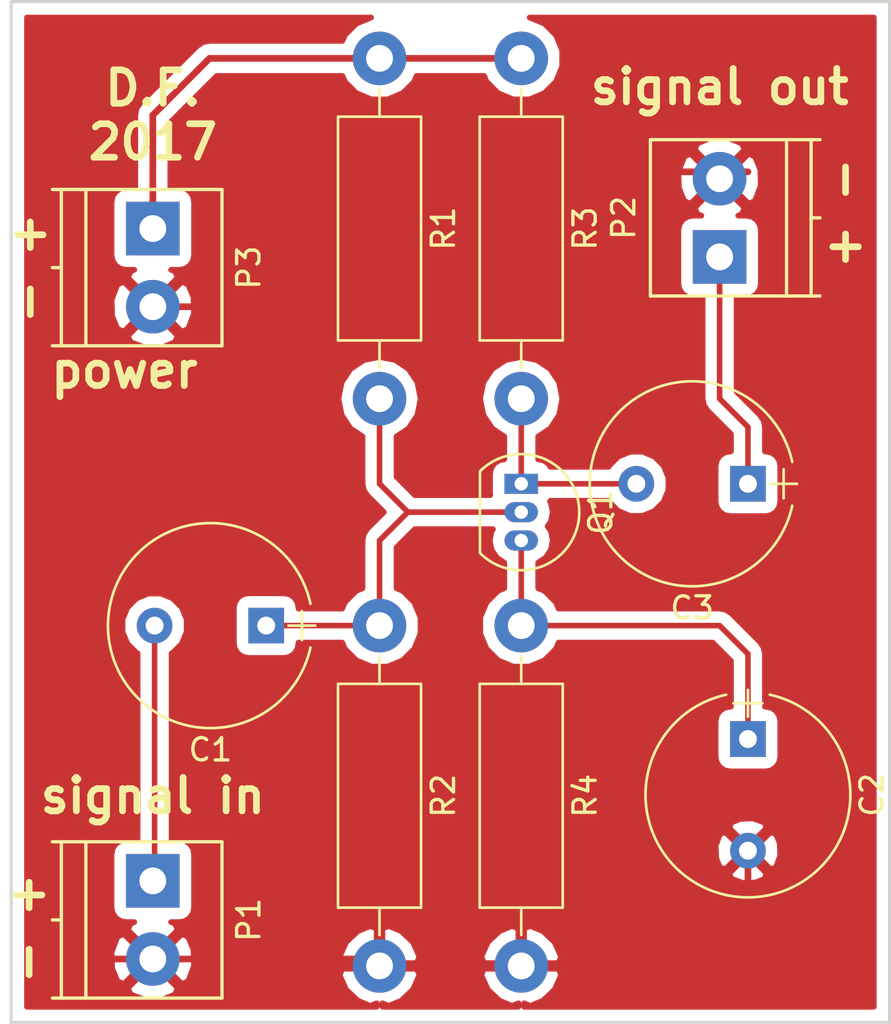
<source format=kicad_pcb>
(kicad_pcb (version 4) (host pcbnew 4.0.5)

  (general
    (links 16)
    (no_connects 0)
    (area 63.424999 48.184999 102.945001 94.055001)
    (thickness 1.6)
    (drawings 11)
    (tracks 34)
    (zones 0)
    (modules 11)
    (nets 8)
  )

  (page A4)
  (title_block
    (title Single_transistor_amp)
    (date 2017-05-11)
    (rev V1.0)
    (company "Fišers & co")
    (comment 1 autors)
    (comment 2 "Dāvis Fišers")
    (comment 3 "PCB_CAD kurss")
  )

  (layers
    (0 F.Cu signal)
    (31 B.Cu power)
    (32 B.Adhes user)
    (33 F.Adhes user)
    (34 B.Paste user)
    (35 F.Paste user)
    (36 B.SilkS user)
    (37 F.SilkS user)
    (38 B.Mask user)
    (39 F.Mask user)
    (40 Dwgs.User user)
    (41 Cmts.User user)
    (42 Eco1.User user)
    (43 Eco2.User user)
    (44 Edge.Cuts user)
    (45 Margin user)
    (46 B.CrtYd user)
    (47 F.CrtYd user)
    (48 B.Fab user)
    (49 F.Fab user)
  )

  (setup
    (last_trace_width 0.25)
    (trace_clearance 0.2)
    (zone_clearance 0.508)
    (zone_45_only no)
    (trace_min 0.2)
    (segment_width 0.2)
    (edge_width 0.15)
    (via_size 0.6)
    (via_drill 0.4)
    (via_min_size 0.4)
    (via_min_drill 0.3)
    (uvia_size 0.3)
    (uvia_drill 0.1)
    (uvias_allowed no)
    (uvia_min_size 0.2)
    (uvia_min_drill 0.1)
    (pcb_text_width 0.3)
    (pcb_text_size 1.5 1.5)
    (mod_edge_width 0.15)
    (mod_text_size 1 1)
    (mod_text_width 0.15)
    (pad_size 1.524 1.524)
    (pad_drill 0.762)
    (pad_to_mask_clearance 0.2)
    (aux_axis_origin 0 0)
    (visible_elements 7FFFEFFF)
    (pcbplotparams
      (layerselection 0x00030_80000001)
      (usegerberextensions false)
      (excludeedgelayer true)
      (linewidth 0.100000)
      (plotframeref false)
      (viasonmask false)
      (mode 1)
      (useauxorigin false)
      (hpglpennumber 1)
      (hpglpenspeed 20)
      (hpglpendiameter 15)
      (hpglpenoverlay 2)
      (psnegative false)
      (psa4output false)
      (plotreference true)
      (plotvalue true)
      (plotinvisibletext false)
      (padsonsilk false)
      (subtractmaskfromsilk false)
      (outputformat 1)
      (mirror false)
      (drillshape 1)
      (scaleselection 1)
      (outputdirectory ""))
  )

  (net 0 "")
  (net 1 "Net-(C1-Pad1)")
  (net 2 "Net-(C1-Pad2)")
  (net 3 "Net-(C2-Pad1)")
  (net 4 GND)
  (net 5 "Net-(C3-Pad1)")
  (net 6 "Net-(C3-Pad2)")
  (net 7 +12V)

  (net_class Default "This is the default net class."
    (clearance 0.2)
    (trace_width 0.25)
    (via_dia 0.6)
    (via_drill 0.4)
    (uvia_dia 0.3)
    (uvia_drill 0.1)
    (add_net "Net-(C1-Pad1)")
    (add_net "Net-(C1-Pad2)")
    (add_net "Net-(C2-Pad1)")
    (add_net "Net-(C3-Pad1)")
    (add_net "Net-(C3-Pad2)")
  )

  (net_class Power ""
    (clearance 0.5)
    (trace_width 1)
    (via_dia 1)
    (via_drill 0.6)
    (uvia_dia 0.3)
    (uvia_drill 0.1)
    (add_net +12V)
    (add_net GND)
  )

  (module Capacitors_THT:CP_Radial_Tantal_D9.0mm_P5.00mm (layer F.Cu) (tedit 58765D06) (tstamp 591436A5)
    (at 74.93 76.2 180)
    (descr "CP, Radial_Tantal series, Radial, pin pitch=5.00mm, , diameter=9.0mm, Tantal Electrolytic Capacitor, http://cdn-reichelt.de/documents/datenblatt/B300/TANTAL-TB-Serie%23.pdf")
    (tags "CP Radial_Tantal series Radial pin pitch 5.00mm  diameter 9.0mm Tantal Electrolytic Capacitor")
    (path /58D81B31)
    (fp_text reference C1 (at 2.5 -5.56 180) (layer F.SilkS)
      (effects (font (size 1 1) (thickness 0.15)))
    )
    (fp_text value 20uF (at 2.5 5.56 180) (layer F.Fab)
      (effects (font (size 1 1) (thickness 0.15)))
    )
    (fp_arc (start 2.5 0) (end -1.984161 -0.98) (angle 155.3) (layer F.SilkS) (width 0.12))
    (fp_arc (start 2.5 0) (end -1.984161 0.98) (angle -155.3) (layer F.SilkS) (width 0.12))
    (fp_arc (start 2.5 0) (end 6.984161 -0.98) (angle 24.7) (layer F.SilkS) (width 0.12))
    (fp_circle (center 2.5 0) (end 7 0) (layer F.Fab) (width 0.1))
    (fp_line (start -2.2 0) (end -1 0) (layer F.Fab) (width 0.1))
    (fp_line (start -1.6 -0.65) (end -1.6 0.65) (layer F.Fab) (width 0.1))
    (fp_line (start -2.2 0) (end -1 0) (layer F.SilkS) (width 0.12))
    (fp_line (start -1.6 -0.65) (end -1.6 0.65) (layer F.SilkS) (width 0.12))
    (fp_line (start -2.35 -4.85) (end -2.35 4.85) (layer F.CrtYd) (width 0.05))
    (fp_line (start -2.35 4.85) (end 7.35 4.85) (layer F.CrtYd) (width 0.05))
    (fp_line (start 7.35 4.85) (end 7.35 -4.85) (layer F.CrtYd) (width 0.05))
    (fp_line (start 7.35 -4.85) (end -2.35 -4.85) (layer F.CrtYd) (width 0.05))
    (pad 1 thru_hole rect (at 0 0 180) (size 1.6 1.6) (drill 0.8) (layers *.Cu *.Mask)
      (net 1 "Net-(C1-Pad1)"))
    (pad 2 thru_hole circle (at 5 0 180) (size 1.6 1.6) (drill 0.8) (layers *.Cu *.Mask)
      (net 2 "Net-(C1-Pad2)"))
    (model Capacitors_THT.3dshapes/CP_Radial_Tantal_D9.0mm_P5.00mm.wrl
      (at (xyz 0 0 0))
      (scale (xyz 0.393701 0.393701 0.393701))
      (rotate (xyz 0 0 0))
    )
  )

  (module Capacitors_THT:CP_Radial_Tantal_D9.0mm_P5.00mm (layer F.Cu) (tedit 58765D06) (tstamp 591436B7)
    (at 96.52 81.28 270)
    (descr "CP, Radial_Tantal series, Radial, pin pitch=5.00mm, , diameter=9.0mm, Tantal Electrolytic Capacitor, http://cdn-reichelt.de/documents/datenblatt/B300/TANTAL-TB-Serie%23.pdf")
    (tags "CP Radial_Tantal series Radial pin pitch 5.00mm  diameter 9.0mm Tantal Electrolytic Capacitor")
    (path /58D81C4B)
    (fp_text reference C2 (at 2.5 -5.56 270) (layer F.SilkS)
      (effects (font (size 1 1) (thickness 0.15)))
    )
    (fp_text value 50uF (at 2.5 5.56 270) (layer F.Fab)
      (effects (font (size 1 1) (thickness 0.15)))
    )
    (fp_arc (start 2.5 0) (end -1.984161 -0.98) (angle 155.3) (layer F.SilkS) (width 0.12))
    (fp_arc (start 2.5 0) (end -1.984161 0.98) (angle -155.3) (layer F.SilkS) (width 0.12))
    (fp_arc (start 2.5 0) (end 6.984161 -0.98) (angle 24.7) (layer F.SilkS) (width 0.12))
    (fp_circle (center 2.5 0) (end 7 0) (layer F.Fab) (width 0.1))
    (fp_line (start -2.2 0) (end -1 0) (layer F.Fab) (width 0.1))
    (fp_line (start -1.6 -0.65) (end -1.6 0.65) (layer F.Fab) (width 0.1))
    (fp_line (start -2.2 0) (end -1 0) (layer F.SilkS) (width 0.12))
    (fp_line (start -1.6 -0.65) (end -1.6 0.65) (layer F.SilkS) (width 0.12))
    (fp_line (start -2.35 -4.85) (end -2.35 4.85) (layer F.CrtYd) (width 0.05))
    (fp_line (start -2.35 4.85) (end 7.35 4.85) (layer F.CrtYd) (width 0.05))
    (fp_line (start 7.35 4.85) (end 7.35 -4.85) (layer F.CrtYd) (width 0.05))
    (fp_line (start 7.35 -4.85) (end -2.35 -4.85) (layer F.CrtYd) (width 0.05))
    (pad 1 thru_hole rect (at 0 0 270) (size 1.6 1.6) (drill 0.8) (layers *.Cu *.Mask)
      (net 3 "Net-(C2-Pad1)"))
    (pad 2 thru_hole circle (at 5 0 270) (size 1.6 1.6) (drill 0.8) (layers *.Cu *.Mask)
      (net 4 GND))
    (model Capacitors_THT.3dshapes/CP_Radial_Tantal_D9.0mm_P5.00mm.wrl
      (at (xyz 0 0 0))
      (scale (xyz 0.393701 0.393701 0.393701))
      (rotate (xyz 0 0 0))
    )
  )

  (module Capacitors_THT:CP_Radial_Tantal_D9.0mm_P5.00mm (layer F.Cu) (tedit 58765D06) (tstamp 591436C9)
    (at 96.52 69.85 180)
    (descr "CP, Radial_Tantal series, Radial, pin pitch=5.00mm, , diameter=9.0mm, Tantal Electrolytic Capacitor, http://cdn-reichelt.de/documents/datenblatt/B300/TANTAL-TB-Serie%23.pdf")
    (tags "CP Radial_Tantal series Radial pin pitch 5.00mm  diameter 9.0mm Tantal Electrolytic Capacitor")
    (path /58D81C06)
    (fp_text reference C3 (at 2.5 -5.56 180) (layer F.SilkS)
      (effects (font (size 1 1) (thickness 0.15)))
    )
    (fp_text value 20uF (at 2.5 5.56 180) (layer F.Fab)
      (effects (font (size 1 1) (thickness 0.15)))
    )
    (fp_arc (start 2.5 0) (end -1.984161 -0.98) (angle 155.3) (layer F.SilkS) (width 0.12))
    (fp_arc (start 2.5 0) (end -1.984161 0.98) (angle -155.3) (layer F.SilkS) (width 0.12))
    (fp_arc (start 2.5 0) (end 6.984161 -0.98) (angle 24.7) (layer F.SilkS) (width 0.12))
    (fp_circle (center 2.5 0) (end 7 0) (layer F.Fab) (width 0.1))
    (fp_line (start -2.2 0) (end -1 0) (layer F.Fab) (width 0.1))
    (fp_line (start -1.6 -0.65) (end -1.6 0.65) (layer F.Fab) (width 0.1))
    (fp_line (start -2.2 0) (end -1 0) (layer F.SilkS) (width 0.12))
    (fp_line (start -1.6 -0.65) (end -1.6 0.65) (layer F.SilkS) (width 0.12))
    (fp_line (start -2.35 -4.85) (end -2.35 4.85) (layer F.CrtYd) (width 0.05))
    (fp_line (start -2.35 4.85) (end 7.35 4.85) (layer F.CrtYd) (width 0.05))
    (fp_line (start 7.35 4.85) (end 7.35 -4.85) (layer F.CrtYd) (width 0.05))
    (fp_line (start 7.35 -4.85) (end -2.35 -4.85) (layer F.CrtYd) (width 0.05))
    (pad 1 thru_hole rect (at 0 0 180) (size 1.6 1.6) (drill 0.8) (layers *.Cu *.Mask)
      (net 5 "Net-(C3-Pad1)"))
    (pad 2 thru_hole circle (at 5 0 180) (size 1.6 1.6) (drill 0.8) (layers *.Cu *.Mask)
      (net 6 "Net-(C3-Pad2)"))
    (model Capacitors_THT.3dshapes/CP_Radial_Tantal_D9.0mm_P5.00mm.wrl
      (at (xyz 0 0 0))
      (scale (xyz 0.393701 0.393701 0.393701))
      (rotate (xyz 0 0 0))
    )
  )

  (module Connectors_Terminal_Blocks:TerminalBlock_Pheonix_PT-3.5mm_2pol (layer F.Cu) (tedit 0) (tstamp 591436D9)
    (at 69.85 87.63 270)
    (descr "2-way 3.5mm pitch terminal block, Phoenix PT series")
    (path /58D81F1B)
    (fp_text reference P1 (at 1.75 -4.3 270) (layer F.SilkS)
      (effects (font (size 1 1) (thickness 0.15)))
    )
    (fp_text value Input (at 1.75 6 270) (layer F.Fab)
      (effects (font (size 1 1) (thickness 0.15)))
    )
    (fp_line (start -1.9 -3.3) (end 5.4 -3.3) (layer F.CrtYd) (width 0.05))
    (fp_line (start -1.9 4.7) (end -1.9 -3.3) (layer F.CrtYd) (width 0.05))
    (fp_line (start 5.4 4.7) (end -1.9 4.7) (layer F.CrtYd) (width 0.05))
    (fp_line (start 5.4 -3.3) (end 5.4 4.7) (layer F.CrtYd) (width 0.05))
    (fp_line (start 1.75 4.1) (end 1.75 4.5) (layer F.SilkS) (width 0.15))
    (fp_line (start -1.75 3) (end 5.25 3) (layer F.SilkS) (width 0.15))
    (fp_line (start -1.75 4.1) (end 5.25 4.1) (layer F.SilkS) (width 0.15))
    (fp_line (start -1.75 -3.1) (end -1.75 4.5) (layer F.SilkS) (width 0.15))
    (fp_line (start 5.25 4.5) (end 5.25 -3.1) (layer F.SilkS) (width 0.15))
    (fp_line (start 5.25 -3.1) (end -1.75 -3.1) (layer F.SilkS) (width 0.15))
    (pad 2 thru_hole circle (at 3.5 0 270) (size 2.4 2.4) (drill 1.2) (layers *.Cu *.Mask)
      (net 4 GND))
    (pad 1 thru_hole rect (at 0 0 270) (size 2.4 2.4) (drill 1.2) (layers *.Cu *.Mask)
      (net 2 "Net-(C1-Pad2)"))
    (model Terminal_Blocks.3dshapes/TerminalBlock_Pheonix_PT-3.5mm_2pol.wrl
      (at (xyz 0 0 0))
      (scale (xyz 1 1 1))
      (rotate (xyz 0 0 0))
    )
  )

  (module Connectors_Terminal_Blocks:TerminalBlock_Pheonix_PT-3.5mm_2pol (layer F.Cu) (tedit 0) (tstamp 591436E9)
    (at 95.25 59.69 90)
    (descr "2-way 3.5mm pitch terminal block, Phoenix PT series")
    (path /58D81F56)
    (fp_text reference P2 (at 1.75 -4.3 90) (layer F.SilkS)
      (effects (font (size 1 1) (thickness 0.15)))
    )
    (fp_text value output (at 1.75 6 90) (layer F.Fab)
      (effects (font (size 1 1) (thickness 0.15)))
    )
    (fp_line (start -1.9 -3.3) (end 5.4 -3.3) (layer F.CrtYd) (width 0.05))
    (fp_line (start -1.9 4.7) (end -1.9 -3.3) (layer F.CrtYd) (width 0.05))
    (fp_line (start 5.4 4.7) (end -1.9 4.7) (layer F.CrtYd) (width 0.05))
    (fp_line (start 5.4 -3.3) (end 5.4 4.7) (layer F.CrtYd) (width 0.05))
    (fp_line (start 1.75 4.1) (end 1.75 4.5) (layer F.SilkS) (width 0.15))
    (fp_line (start -1.75 3) (end 5.25 3) (layer F.SilkS) (width 0.15))
    (fp_line (start -1.75 4.1) (end 5.25 4.1) (layer F.SilkS) (width 0.15))
    (fp_line (start -1.75 -3.1) (end -1.75 4.5) (layer F.SilkS) (width 0.15))
    (fp_line (start 5.25 4.5) (end 5.25 -3.1) (layer F.SilkS) (width 0.15))
    (fp_line (start 5.25 -3.1) (end -1.75 -3.1) (layer F.SilkS) (width 0.15))
    (pad 2 thru_hole circle (at 3.5 0 90) (size 2.4 2.4) (drill 1.2) (layers *.Cu *.Mask)
      (net 4 GND))
    (pad 1 thru_hole rect (at 0 0 90) (size 2.4 2.4) (drill 1.2) (layers *.Cu *.Mask)
      (net 5 "Net-(C3-Pad1)"))
    (model Terminal_Blocks.3dshapes/TerminalBlock_Pheonix_PT-3.5mm_2pol.wrl
      (at (xyz 0 0 0))
      (scale (xyz 1 1 1))
      (rotate (xyz 0 0 0))
    )
  )

  (module Connectors_Terminal_Blocks:TerminalBlock_Pheonix_PT-3.5mm_2pol (layer F.Cu) (tedit 0) (tstamp 591436F9)
    (at 69.85 58.42 270)
    (descr "2-way 3.5mm pitch terminal block, Phoenix PT series")
    (path /58D96B3D)
    (fp_text reference P3 (at 1.75 -4.3 270) (layer F.SilkS)
      (effects (font (size 1 1) (thickness 0.15)))
    )
    (fp_text value power (at 1.75 6 270) (layer F.Fab)
      (effects (font (size 1 1) (thickness 0.15)))
    )
    (fp_line (start -1.9 -3.3) (end 5.4 -3.3) (layer F.CrtYd) (width 0.05))
    (fp_line (start -1.9 4.7) (end -1.9 -3.3) (layer F.CrtYd) (width 0.05))
    (fp_line (start 5.4 4.7) (end -1.9 4.7) (layer F.CrtYd) (width 0.05))
    (fp_line (start 5.4 -3.3) (end 5.4 4.7) (layer F.CrtYd) (width 0.05))
    (fp_line (start 1.75 4.1) (end 1.75 4.5) (layer F.SilkS) (width 0.15))
    (fp_line (start -1.75 3) (end 5.25 3) (layer F.SilkS) (width 0.15))
    (fp_line (start -1.75 4.1) (end 5.25 4.1) (layer F.SilkS) (width 0.15))
    (fp_line (start -1.75 -3.1) (end -1.75 4.5) (layer F.SilkS) (width 0.15))
    (fp_line (start 5.25 4.5) (end 5.25 -3.1) (layer F.SilkS) (width 0.15))
    (fp_line (start 5.25 -3.1) (end -1.75 -3.1) (layer F.SilkS) (width 0.15))
    (pad 2 thru_hole circle (at 3.5 0 270) (size 2.4 2.4) (drill 1.2) (layers *.Cu *.Mask)
      (net 4 GND))
    (pad 1 thru_hole rect (at 0 0 270) (size 2.4 2.4) (drill 1.2) (layers *.Cu *.Mask)
      (net 7 +12V))
    (model Terminal_Blocks.3dshapes/TerminalBlock_Pheonix_PT-3.5mm_2pol.wrl
      (at (xyz 0 0 0))
      (scale (xyz 1 1 1))
      (rotate (xyz 0 0 0))
    )
  )

  (module TO_SOT_Packages_THT:TO-92_Inline_Narrow_Oval (layer F.Cu) (tedit 58CE52AF) (tstamp 5914370B)
    (at 86.36 69.85 270)
    (descr "TO-92 leads in-line, narrow, oval pads, drill 0.6mm (see NXP sot054_po.pdf)")
    (tags "to-92 sc-43 sc-43a sot54 PA33 transistor")
    (path /58D819B8)
    (fp_text reference Q1 (at 1.27 -3.56 270) (layer F.SilkS)
      (effects (font (size 1 1) (thickness 0.15)))
    )
    (fp_text value BC548 (at 1.27 2.79 270) (layer F.Fab)
      (effects (font (size 1 1) (thickness 0.15)))
    )
    (fp_text user %R (at 1.27 -3.56 270) (layer F.Fab)
      (effects (font (size 1 1) (thickness 0.15)))
    )
    (fp_line (start -0.53 1.85) (end 3.07 1.85) (layer F.SilkS) (width 0.12))
    (fp_line (start -0.5 1.75) (end 3 1.75) (layer F.Fab) (width 0.1))
    (fp_line (start -1.46 -2.73) (end 4 -2.73) (layer F.CrtYd) (width 0.05))
    (fp_line (start -1.46 -2.73) (end -1.46 2.01) (layer F.CrtYd) (width 0.05))
    (fp_line (start 4 2.01) (end 4 -2.73) (layer F.CrtYd) (width 0.05))
    (fp_line (start 4 2.01) (end -1.46 2.01) (layer F.CrtYd) (width 0.05))
    (fp_arc (start 1.27 0) (end 1.27 -2.48) (angle 135) (layer F.Fab) (width 0.1))
    (fp_arc (start 1.27 0) (end 1.27 -2.6) (angle -135) (layer F.SilkS) (width 0.12))
    (fp_arc (start 1.27 0) (end 1.27 -2.48) (angle -135) (layer F.Fab) (width 0.1))
    (fp_arc (start 1.27 0) (end 1.27 -2.6) (angle 135) (layer F.SilkS) (width 0.12))
    (pad 2 thru_hole oval (at 1.27 0 90) (size 0.9 1.5) (drill 0.6) (layers *.Cu *.Mask)
      (net 1 "Net-(C1-Pad1)"))
    (pad 3 thru_hole oval (at 2.54 0 90) (size 0.9 1.5) (drill 0.6) (layers *.Cu *.Mask)
      (net 3 "Net-(C2-Pad1)"))
    (pad 1 thru_hole rect (at 0 0 90) (size 0.9 1.5) (drill 0.6) (layers *.Cu *.Mask)
      (net 6 "Net-(C3-Pad2)"))
    (model ${KISYS3DMOD}/TO_SOT_Packages_THT.3dshapes/TO-92_Inline_Narrow_Oval.wrl
      (at (xyz 0.05 0 0))
      (scale (xyz 1 1 1))
      (rotate (xyz 0 0 -90))
    )
  )

  (module Resistors_THT:R_Axial_DIN0411_L9.9mm_D3.6mm_P15.24mm_Horizontal (layer F.Cu) (tedit 5874F706) (tstamp 59143721)
    (at 80.01 50.8 270)
    (descr "Resistor, Axial_DIN0411 series, Axial, Horizontal, pin pitch=15.24mm, 1W = 1/1W, length*diameter=9.9*3.6mm^2")
    (tags "Resistor Axial_DIN0411 series Axial Horizontal pin pitch 15.24mm 1W = 1/1W length 9.9mm diameter 3.6mm")
    (path /58D81A9E)
    (fp_text reference R1 (at 7.62 -2.86 270) (layer F.SilkS)
      (effects (font (size 1 1) (thickness 0.15)))
    )
    (fp_text value 22k (at 7.62 2.86 270) (layer F.Fab)
      (effects (font (size 1 1) (thickness 0.15)))
    )
    (fp_line (start 2.67 -1.8) (end 2.67 1.8) (layer F.Fab) (width 0.1))
    (fp_line (start 2.67 1.8) (end 12.57 1.8) (layer F.Fab) (width 0.1))
    (fp_line (start 12.57 1.8) (end 12.57 -1.8) (layer F.Fab) (width 0.1))
    (fp_line (start 12.57 -1.8) (end 2.67 -1.8) (layer F.Fab) (width 0.1))
    (fp_line (start 0 0) (end 2.67 0) (layer F.Fab) (width 0.1))
    (fp_line (start 15.24 0) (end 12.57 0) (layer F.Fab) (width 0.1))
    (fp_line (start 2.61 -1.86) (end 2.61 1.86) (layer F.SilkS) (width 0.12))
    (fp_line (start 2.61 1.86) (end 12.63 1.86) (layer F.SilkS) (width 0.12))
    (fp_line (start 12.63 1.86) (end 12.63 -1.86) (layer F.SilkS) (width 0.12))
    (fp_line (start 12.63 -1.86) (end 2.61 -1.86) (layer F.SilkS) (width 0.12))
    (fp_line (start 1.38 0) (end 2.61 0) (layer F.SilkS) (width 0.12))
    (fp_line (start 13.86 0) (end 12.63 0) (layer F.SilkS) (width 0.12))
    (fp_line (start -1.45 -2.15) (end -1.45 2.15) (layer F.CrtYd) (width 0.05))
    (fp_line (start -1.45 2.15) (end 16.7 2.15) (layer F.CrtYd) (width 0.05))
    (fp_line (start 16.7 2.15) (end 16.7 -2.15) (layer F.CrtYd) (width 0.05))
    (fp_line (start 16.7 -2.15) (end -1.45 -2.15) (layer F.CrtYd) (width 0.05))
    (pad 1 thru_hole circle (at 0 0 270) (size 2.4 2.4) (drill 1.2) (layers *.Cu *.Mask)
      (net 7 +12V))
    (pad 2 thru_hole oval (at 15.24 0 270) (size 2.4 2.4) (drill 1.2) (layers *.Cu *.Mask)
      (net 1 "Net-(C1-Pad1)"))
    (model Resistors_THT.3dshapes/R_Axial_DIN0411_L9.9mm_D3.6mm_P15.24mm_Horizontal.wrl
      (at (xyz 0 0 0))
      (scale (xyz 0.393701 0.393701 0.393701))
      (rotate (xyz 0 0 0))
    )
  )

  (module Resistors_THT:R_Axial_DIN0411_L9.9mm_D3.6mm_P15.24mm_Horizontal (layer F.Cu) (tedit 5874F706) (tstamp 59143737)
    (at 80.01 76.2 270)
    (descr "Resistor, Axial_DIN0411 series, Axial, Horizontal, pin pitch=15.24mm, 1W = 1/1W, length*diameter=9.9*3.6mm^2")
    (tags "Resistor Axial_DIN0411 series Axial Horizontal pin pitch 15.24mm 1W = 1/1W length 9.9mm diameter 3.6mm")
    (path /58D81AD5)
    (fp_text reference R2 (at 7.62 -2.86 270) (layer F.SilkS)
      (effects (font (size 1 1) (thickness 0.15)))
    )
    (fp_text value 6.8k (at 7.62 2.86 270) (layer F.Fab)
      (effects (font (size 1 1) (thickness 0.15)))
    )
    (fp_line (start 2.67 -1.8) (end 2.67 1.8) (layer F.Fab) (width 0.1))
    (fp_line (start 2.67 1.8) (end 12.57 1.8) (layer F.Fab) (width 0.1))
    (fp_line (start 12.57 1.8) (end 12.57 -1.8) (layer F.Fab) (width 0.1))
    (fp_line (start 12.57 -1.8) (end 2.67 -1.8) (layer F.Fab) (width 0.1))
    (fp_line (start 0 0) (end 2.67 0) (layer F.Fab) (width 0.1))
    (fp_line (start 15.24 0) (end 12.57 0) (layer F.Fab) (width 0.1))
    (fp_line (start 2.61 -1.86) (end 2.61 1.86) (layer F.SilkS) (width 0.12))
    (fp_line (start 2.61 1.86) (end 12.63 1.86) (layer F.SilkS) (width 0.12))
    (fp_line (start 12.63 1.86) (end 12.63 -1.86) (layer F.SilkS) (width 0.12))
    (fp_line (start 12.63 -1.86) (end 2.61 -1.86) (layer F.SilkS) (width 0.12))
    (fp_line (start 1.38 0) (end 2.61 0) (layer F.SilkS) (width 0.12))
    (fp_line (start 13.86 0) (end 12.63 0) (layer F.SilkS) (width 0.12))
    (fp_line (start -1.45 -2.15) (end -1.45 2.15) (layer F.CrtYd) (width 0.05))
    (fp_line (start -1.45 2.15) (end 16.7 2.15) (layer F.CrtYd) (width 0.05))
    (fp_line (start 16.7 2.15) (end 16.7 -2.15) (layer F.CrtYd) (width 0.05))
    (fp_line (start 16.7 -2.15) (end -1.45 -2.15) (layer F.CrtYd) (width 0.05))
    (pad 1 thru_hole circle (at 0 0 270) (size 2.4 2.4) (drill 1.2) (layers *.Cu *.Mask)
      (net 1 "Net-(C1-Pad1)"))
    (pad 2 thru_hole oval (at 15.24 0 270) (size 2.4 2.4) (drill 1.2) (layers *.Cu *.Mask)
      (net 4 GND))
    (model Resistors_THT.3dshapes/R_Axial_DIN0411_L9.9mm_D3.6mm_P15.24mm_Horizontal.wrl
      (at (xyz 0 0 0))
      (scale (xyz 0.393701 0.393701 0.393701))
      (rotate (xyz 0 0 0))
    )
  )

  (module Resistors_THT:R_Axial_DIN0411_L9.9mm_D3.6mm_P15.24mm_Horizontal (layer F.Cu) (tedit 5874F706) (tstamp 5914374D)
    (at 86.36 50.8 270)
    (descr "Resistor, Axial_DIN0411 series, Axial, Horizontal, pin pitch=15.24mm, 1W = 1/1W, length*diameter=9.9*3.6mm^2")
    (tags "Resistor Axial_DIN0411 series Axial Horizontal pin pitch 15.24mm 1W = 1/1W length 9.9mm diameter 3.6mm")
    (path /58D81A29)
    (fp_text reference R3 (at 7.62 -2.86 270) (layer F.SilkS)
      (effects (font (size 1 1) (thickness 0.15)))
    )
    (fp_text value 4.7k (at 7.62 2.86 270) (layer F.Fab)
      (effects (font (size 1 1) (thickness 0.15)))
    )
    (fp_line (start 2.67 -1.8) (end 2.67 1.8) (layer F.Fab) (width 0.1))
    (fp_line (start 2.67 1.8) (end 12.57 1.8) (layer F.Fab) (width 0.1))
    (fp_line (start 12.57 1.8) (end 12.57 -1.8) (layer F.Fab) (width 0.1))
    (fp_line (start 12.57 -1.8) (end 2.67 -1.8) (layer F.Fab) (width 0.1))
    (fp_line (start 0 0) (end 2.67 0) (layer F.Fab) (width 0.1))
    (fp_line (start 15.24 0) (end 12.57 0) (layer F.Fab) (width 0.1))
    (fp_line (start 2.61 -1.86) (end 2.61 1.86) (layer F.SilkS) (width 0.12))
    (fp_line (start 2.61 1.86) (end 12.63 1.86) (layer F.SilkS) (width 0.12))
    (fp_line (start 12.63 1.86) (end 12.63 -1.86) (layer F.SilkS) (width 0.12))
    (fp_line (start 12.63 -1.86) (end 2.61 -1.86) (layer F.SilkS) (width 0.12))
    (fp_line (start 1.38 0) (end 2.61 0) (layer F.SilkS) (width 0.12))
    (fp_line (start 13.86 0) (end 12.63 0) (layer F.SilkS) (width 0.12))
    (fp_line (start -1.45 -2.15) (end -1.45 2.15) (layer F.CrtYd) (width 0.05))
    (fp_line (start -1.45 2.15) (end 16.7 2.15) (layer F.CrtYd) (width 0.05))
    (fp_line (start 16.7 2.15) (end 16.7 -2.15) (layer F.CrtYd) (width 0.05))
    (fp_line (start 16.7 -2.15) (end -1.45 -2.15) (layer F.CrtYd) (width 0.05))
    (pad 1 thru_hole circle (at 0 0 270) (size 2.4 2.4) (drill 1.2) (layers *.Cu *.Mask)
      (net 7 +12V))
    (pad 2 thru_hole oval (at 15.24 0 270) (size 2.4 2.4) (drill 1.2) (layers *.Cu *.Mask)
      (net 6 "Net-(C3-Pad2)"))
    (model Resistors_THT.3dshapes/R_Axial_DIN0411_L9.9mm_D3.6mm_P15.24mm_Horizontal.wrl
      (at (xyz 0 0 0))
      (scale (xyz 0.393701 0.393701 0.393701))
      (rotate (xyz 0 0 0))
    )
  )

  (module Resistors_THT:R_Axial_DIN0411_L9.9mm_D3.6mm_P15.24mm_Horizontal (layer F.Cu) (tedit 5874F706) (tstamp 59143763)
    (at 86.36 76.2 270)
    (descr "Resistor, Axial_DIN0411 series, Axial, Horizontal, pin pitch=15.24mm, 1W = 1/1W, length*diameter=9.9*3.6mm^2")
    (tags "Resistor Axial_DIN0411 series Axial Horizontal pin pitch 15.24mm 1W = 1/1W length 9.9mm diameter 3.6mm")
    (path /58D81B0C)
    (fp_text reference R4 (at 7.62 -2.86 270) (layer F.SilkS)
      (effects (font (size 1 1) (thickness 0.15)))
    )
    (fp_text value 1.8k (at 7.62 2.86 270) (layer F.Fab)
      (effects (font (size 1 1) (thickness 0.15)))
    )
    (fp_line (start 2.67 -1.8) (end 2.67 1.8) (layer F.Fab) (width 0.1))
    (fp_line (start 2.67 1.8) (end 12.57 1.8) (layer F.Fab) (width 0.1))
    (fp_line (start 12.57 1.8) (end 12.57 -1.8) (layer F.Fab) (width 0.1))
    (fp_line (start 12.57 -1.8) (end 2.67 -1.8) (layer F.Fab) (width 0.1))
    (fp_line (start 0 0) (end 2.67 0) (layer F.Fab) (width 0.1))
    (fp_line (start 15.24 0) (end 12.57 0) (layer F.Fab) (width 0.1))
    (fp_line (start 2.61 -1.86) (end 2.61 1.86) (layer F.SilkS) (width 0.12))
    (fp_line (start 2.61 1.86) (end 12.63 1.86) (layer F.SilkS) (width 0.12))
    (fp_line (start 12.63 1.86) (end 12.63 -1.86) (layer F.SilkS) (width 0.12))
    (fp_line (start 12.63 -1.86) (end 2.61 -1.86) (layer F.SilkS) (width 0.12))
    (fp_line (start 1.38 0) (end 2.61 0) (layer F.SilkS) (width 0.12))
    (fp_line (start 13.86 0) (end 12.63 0) (layer F.SilkS) (width 0.12))
    (fp_line (start -1.45 -2.15) (end -1.45 2.15) (layer F.CrtYd) (width 0.05))
    (fp_line (start -1.45 2.15) (end 16.7 2.15) (layer F.CrtYd) (width 0.05))
    (fp_line (start 16.7 2.15) (end 16.7 -2.15) (layer F.CrtYd) (width 0.05))
    (fp_line (start 16.7 -2.15) (end -1.45 -2.15) (layer F.CrtYd) (width 0.05))
    (pad 1 thru_hole circle (at 0 0 270) (size 2.4 2.4) (drill 1.2) (layers *.Cu *.Mask)
      (net 3 "Net-(C2-Pad1)"))
    (pad 2 thru_hole oval (at 15.24 0 270) (size 2.4 2.4) (drill 1.2) (layers *.Cu *.Mask)
      (net 4 GND))
    (model Resistors_THT.3dshapes/R_Axial_DIN0411_L9.9mm_D3.6mm_P15.24mm_Horizontal.wrl
      (at (xyz 0 0 0))
      (scale (xyz 0.393701 0.393701 0.393701))
      (rotate (xyz 0 0 0))
    )
  )

  (gr_text "+ -" (at 100.7872 57.7342 90) (layer F.SilkS)
    (effects (font (size 1.5 1.5) (thickness 0.3)))
  )
  (gr_text "+ -" (at 64.4144 89.7636 270) (layer F.SilkS)
    (effects (font (size 1.5 1.5) (thickness 0.3)))
  )
  (gr_text "+ -" (at 64.4652 60.198 270) (layer F.SilkS)
    (effects (font (size 1.5 1.5) (thickness 0.3)))
  )
  (gr_text "signal out" (at 95.25 52.07) (layer F.SilkS)
    (effects (font (size 1.5 1.5) (thickness 0.3)))
  )
  (gr_text power (at 68.58 64.77) (layer F.SilkS)
    (effects (font (size 1.5 1.5) (thickness 0.3)))
  )
  (gr_text "signal in" (at 69.85 83.82) (layer F.SilkS)
    (effects (font (size 1.5 1.5) (thickness 0.3)))
  )
  (gr_text "D.F.\n2017" (at 69.85 53.34) (layer F.SilkS)
    (effects (font (size 1.5 1.5) (thickness 0.3)))
  )
  (gr_line (start 63.5 93.98) (end 63.5 48.26) (layer Edge.Cuts) (width 0.15))
  (gr_line (start 102.87 93.98) (end 63.5 93.98) (layer Edge.Cuts) (width 0.15))
  (gr_line (start 102.87 48.26) (end 102.87 93.98) (layer Edge.Cuts) (width 0.15))
  (gr_line (start 63.5 48.26) (end 102.87 48.26) (layer Edge.Cuts) (width 0.15))

  (segment (start 81.28 71.12) (end 86.36 71.12) (width 0.25) (layer F.Cu) (net 1))
  (segment (start 80.01 69.85) (end 81.28 71.12) (width 0.25) (layer F.Cu) (net 1))
  (segment (start 80.01 66.04) (end 80.01 69.85) (width 0.25) (layer F.Cu) (net 1))
  (segment (start 80.01 72.39) (end 81.28 71.12) (width 0.25) (layer F.Cu) (net 1))
  (segment (start 80.01 76.2) (end 80.01 72.39) (width 0.25) (layer F.Cu) (net 1))
  (segment (start 74.93 76.2) (end 80.01 76.2) (width 0.25) (layer F.Cu) (net 1))
  (segment (start 69.93 76.2) (end 69.93 87.55) (width 0.25) (layer F.Cu) (net 2))
  (segment (start 69.93 87.55) (end 69.85 87.63) (width 0.25) (layer F.Cu) (net 2))
  (segment (start 95.25 76.2) (end 86.36 76.2) (width 0.25) (layer F.Cu) (net 3))
  (segment (start 96.52 77.47) (end 95.25 76.2) (width 0.25) (layer F.Cu) (net 3))
  (segment (start 96.52 81.28) (end 96.52 77.47) (width 0.25) (layer F.Cu) (net 3))
  (segment (start 86.36 72.39) (end 86.36 76.2) (width 0.25) (layer F.Cu) (net 3))
  (segment (start 83.82 55.88) (end 77.78 61.92) (width 0.3) (layer F.Cu) (net 4))
  (segment (start 77.78 61.92) (end 69.85 61.92) (width 0.3) (layer F.Cu) (net 4))
  (segment (start 96.52 55.88) (end 83.82 55.88) (width 0.3) (layer F.Cu) (net 4))
  (segment (start 69.85 91.13) (end 67.62 91.13) (width 0.3) (layer F.Cu) (net 4))
  (segment (start 67.62 91.13) (end 66.04 89.55) (width 0.3) (layer F.Cu) (net 4))
  (segment (start 66.04 89.55) (end 66.04 65.73) (width 0.3) (layer F.Cu) (net 4))
  (segment (start 66.04 65.73) (end 69.85 61.92) (width 0.3) (layer F.Cu) (net 4))
  (segment (start 95.25 91.44) (end 86.36 91.44) (width 0.3) (layer F.Cu) (net 4))
  (segment (start 96.52 90.17) (end 95.25 91.44) (width 0.3) (layer F.Cu) (net 4))
  (segment (start 96.52 86.28) (end 96.52 90.17) (width 0.3) (layer F.Cu) (net 4))
  (segment (start 80.01 91.44) (end 86.36 91.44) (width 0.3) (layer F.Cu) (net 4))
  (segment (start 69.85 91.13) (end 79.7 91.13) (width 0.3) (layer F.Cu) (net 4))
  (segment (start 79.7 91.13) (end 80.01 91.44) (width 0.3) (layer F.Cu) (net 4))
  (segment (start 95.25 66.04) (end 96.52 67.31) (width 0.25) (layer F.Cu) (net 5))
  (segment (start 96.52 67.31) (end 96.52 69.85) (width 0.25) (layer F.Cu) (net 5))
  (segment (start 95.25 59.69) (end 95.25 66.04) (width 0.25) (layer F.Cu) (net 5))
  (segment (start 86.36 69.85) (end 91.52 69.85) (width 0.25) (layer F.Cu) (net 6))
  (segment (start 86.36 69.85) (end 86.36 66.04) (width 0.25) (layer F.Cu) (net 6))
  (segment (start 80.01 50.8) (end 86.36 50.8) (width 0.3) (layer F.Cu) (net 7))
  (segment (start 69.85 58.42) (end 69.85 53.34) (width 0.3) (layer F.Cu) (net 7))
  (segment (start 69.85 53.34) (end 72.39 50.8) (width 0.3) (layer F.Cu) (net 7))
  (segment (start 72.39 50.8) (end 80.01 50.8) (width 0.3) (layer F.Cu) (net 7))

  (zone (net 4) (net_name GND) (layer F.Cu) (tstamp 0) (hatch edge 0.508)
    (connect_pads (clearance 0.508))
    (min_thickness 0.254)
    (fill yes (arc_segments 16) (thermal_gap 0.508) (thermal_bridge_width 0.508))
    (polygon
      (pts
        (xy 63.5 48.26) (xy 63.5 93.98) (xy 102.87 93.98) (xy 102.87 48.26)
      )
    )
    (filled_polygon
      (pts
        (xy 78.971914 49.243455) (xy 78.45527 49.759199) (xy 78.349052 50.015) (xy 72.39 50.015) (xy 72.089594 50.074755)
        (xy 72.089592 50.074756) (xy 72.089593 50.074756) (xy 71.834921 50.244921) (xy 69.294921 52.784921) (xy 69.124755 53.039593)
        (xy 69.124755 53.039594) (xy 69.065 53.34) (xy 69.065 56.57256) (xy 68.65 56.57256) (xy 68.414683 56.616838)
        (xy 68.198559 56.75591) (xy 68.053569 56.96811) (xy 68.00256 57.22) (xy 68.00256 59.62) (xy 68.046838 59.855317)
        (xy 68.18591 60.071441) (xy 68.39811 60.216431) (xy 68.65 60.26744) (xy 69.019181 60.26744) (xy 68.855565 60.335212)
        (xy 68.73243 60.622825) (xy 69.85 61.740395) (xy 70.96757 60.622825) (xy 70.844435 60.335212) (xy 70.666564 60.26744)
        (xy 71.05 60.26744) (xy 71.285317 60.223162) (xy 71.501441 60.08409) (xy 71.646431 59.87189) (xy 71.69744 59.62)
        (xy 71.69744 58.49) (xy 93.40256 58.49) (xy 93.40256 60.89) (xy 93.446838 61.125317) (xy 93.58591 61.341441)
        (xy 93.79811 61.486431) (xy 94.05 61.53744) (xy 94.49 61.53744) (xy 94.49 66.04) (xy 94.547852 66.330839)
        (xy 94.712599 66.577401) (xy 95.76 67.624802) (xy 95.76 68.40256) (xy 95.72 68.40256) (xy 95.484683 68.446838)
        (xy 95.268559 68.58591) (xy 95.123569 68.79811) (xy 95.07256 69.05) (xy 95.07256 70.65) (xy 95.116838 70.885317)
        (xy 95.25591 71.101441) (xy 95.46811 71.246431) (xy 95.72 71.29744) (xy 97.32 71.29744) (xy 97.555317 71.253162)
        (xy 97.771441 71.11409) (xy 97.916431 70.90189) (xy 97.96744 70.65) (xy 97.96744 69.05) (xy 97.923162 68.814683)
        (xy 97.78409 68.598559) (xy 97.57189 68.453569) (xy 97.32 68.40256) (xy 97.28 68.40256) (xy 97.28 67.31)
        (xy 97.222148 67.019161) (xy 97.222148 67.01916) (xy 97.057401 66.772599) (xy 96.01 65.725198) (xy 96.01 61.53744)
        (xy 96.45 61.53744) (xy 96.685317 61.493162) (xy 96.901441 61.35409) (xy 97.046431 61.14189) (xy 97.09744 60.89)
        (xy 97.09744 58.49) (xy 97.053162 58.254683) (xy 96.91409 58.038559) (xy 96.70189 57.893569) (xy 96.45 57.84256)
        (xy 96.080819 57.84256) (xy 96.244435 57.774788) (xy 96.36757 57.487175) (xy 95.25 56.369605) (xy 94.13243 57.487175)
        (xy 94.255565 57.774788) (xy 94.433436 57.84256) (xy 94.05 57.84256) (xy 93.814683 57.886838) (xy 93.598559 58.02591)
        (xy 93.453569 58.23811) (xy 93.40256 58.49) (xy 71.69744 58.49) (xy 71.69744 57.22) (xy 71.653162 56.984683)
        (xy 71.51409 56.768559) (xy 71.30189 56.623569) (xy 71.05 56.57256) (xy 70.635 56.57256) (xy 70.635 55.877734)
        (xy 93.405293 55.877734) (xy 93.426214 56.607443) (xy 93.665212 57.184435) (xy 93.952825 57.30757) (xy 95.070395 56.19)
        (xy 95.429605 56.19) (xy 96.547175 57.30757) (xy 96.834788 57.184435) (xy 97.094707 56.502266) (xy 97.073786 55.772557)
        (xy 96.834788 55.195565) (xy 96.547175 55.07243) (xy 95.429605 56.19) (xy 95.070395 56.19) (xy 93.952825 55.07243)
        (xy 93.665212 55.195565) (xy 93.405293 55.877734) (xy 70.635 55.877734) (xy 70.635 54.892825) (xy 94.13243 54.892825)
        (xy 95.25 56.010395) (xy 96.36757 54.892825) (xy 96.244435 54.605212) (xy 95.562266 54.345293) (xy 94.832557 54.366214)
        (xy 94.255565 54.605212) (xy 94.13243 54.892825) (xy 70.635 54.892825) (xy 70.635 53.665158) (xy 72.715158 51.585)
        (xy 78.348882 51.585) (xy 78.453455 51.838086) (xy 78.969199 52.35473) (xy 79.643395 52.634681) (xy 80.373403 52.635318)
        (xy 81.048086 52.356545) (xy 81.56473 51.840801) (xy 81.670948 51.585) (xy 84.698882 51.585) (xy 84.803455 51.838086)
        (xy 85.319199 52.35473) (xy 85.993395 52.634681) (xy 86.723403 52.635318) (xy 87.398086 52.356545) (xy 87.91473 51.840801)
        (xy 88.194681 51.166605) (xy 88.195318 50.436597) (xy 87.916545 49.761914) (xy 87.400801 49.24527) (xy 86.737878 48.97)
        (xy 102.16 48.97) (xy 102.16 93.27) (xy 86.487002 93.27) (xy 86.487002 93.111433) (xy 86.771805 93.228195)
        (xy 87.333258 92.995642) (xy 87.854492 92.504776) (xy 88.148203 91.851807) (xy 88.031858 91.567) (xy 86.487 91.567)
        (xy 86.487 91.587) (xy 86.233 91.587) (xy 86.233 91.567) (xy 84.688142 91.567) (xy 84.571797 91.851807)
        (xy 84.865508 92.504776) (xy 85.386742 92.995642) (xy 85.948195 93.228195) (xy 86.232998 93.111433) (xy 86.232998 93.27)
        (xy 80.137002 93.27) (xy 80.137002 93.111433) (xy 80.421805 93.228195) (xy 80.983258 92.995642) (xy 81.504492 92.504776)
        (xy 81.798203 91.851807) (xy 81.681858 91.567) (xy 80.137 91.567) (xy 80.137 91.587) (xy 79.883 91.587)
        (xy 79.883 91.567) (xy 78.338142 91.567) (xy 78.221797 91.851807) (xy 78.515508 92.504776) (xy 79.036742 92.995642)
        (xy 79.598195 93.228195) (xy 79.882998 93.111433) (xy 79.882998 93.27) (xy 64.21 93.27) (xy 64.21 92.427175)
        (xy 68.73243 92.427175) (xy 68.855565 92.714788) (xy 69.537734 92.974707) (xy 70.267443 92.953786) (xy 70.844435 92.714788)
        (xy 70.96757 92.427175) (xy 69.85 91.309605) (xy 68.73243 92.427175) (xy 64.21 92.427175) (xy 64.21 90.817734)
        (xy 68.005293 90.817734) (xy 68.026214 91.547443) (xy 68.265212 92.124435) (xy 68.552825 92.24757) (xy 69.670395 91.13)
        (xy 70.029605 91.13) (xy 71.147175 92.24757) (xy 71.434788 92.124435) (xy 71.694707 91.442266) (xy 71.682836 91.028193)
        (xy 78.221797 91.028193) (xy 78.338142 91.313) (xy 79.883 91.313) (xy 79.883 89.768568) (xy 80.137 89.768568)
        (xy 80.137 91.313) (xy 81.681858 91.313) (xy 81.798203 91.028193) (xy 84.571797 91.028193) (xy 84.688142 91.313)
        (xy 86.233 91.313) (xy 86.233 89.768568) (xy 86.487 89.768568) (xy 86.487 91.313) (xy 88.031858 91.313)
        (xy 88.148203 91.028193) (xy 87.854492 90.375224) (xy 87.333258 89.884358) (xy 86.771805 89.651805) (xy 86.487 89.768568)
        (xy 86.233 89.768568) (xy 85.948195 89.651805) (xy 85.386742 89.884358) (xy 84.865508 90.375224) (xy 84.571797 91.028193)
        (xy 81.798203 91.028193) (xy 81.504492 90.375224) (xy 80.983258 89.884358) (xy 80.421805 89.651805) (xy 80.137 89.768568)
        (xy 79.883 89.768568) (xy 79.598195 89.651805) (xy 79.036742 89.884358) (xy 78.515508 90.375224) (xy 78.221797 91.028193)
        (xy 71.682836 91.028193) (xy 71.673786 90.712557) (xy 71.434788 90.135565) (xy 71.147175 90.01243) (xy 70.029605 91.13)
        (xy 69.670395 91.13) (xy 68.552825 90.01243) (xy 68.265212 90.135565) (xy 68.005293 90.817734) (xy 64.21 90.817734)
        (xy 64.21 86.43) (xy 68.00256 86.43) (xy 68.00256 88.83) (xy 68.046838 89.065317) (xy 68.18591 89.281441)
        (xy 68.39811 89.426431) (xy 68.65 89.47744) (xy 69.019181 89.47744) (xy 68.855565 89.545212) (xy 68.73243 89.832825)
        (xy 69.85 90.950395) (xy 70.96757 89.832825) (xy 70.844435 89.545212) (xy 70.666564 89.47744) (xy 71.05 89.47744)
        (xy 71.285317 89.433162) (xy 71.501441 89.29409) (xy 71.646431 89.08189) (xy 71.69744 88.83) (xy 71.69744 87.287745)
        (xy 95.691861 87.287745) (xy 95.765995 87.533864) (xy 96.303223 87.726965) (xy 96.873454 87.699778) (xy 97.274005 87.533864)
        (xy 97.348139 87.287745) (xy 96.52 86.459605) (xy 95.691861 87.287745) (xy 71.69744 87.287745) (xy 71.69744 86.43)
        (xy 71.653162 86.194683) (xy 71.56857 86.063223) (xy 95.073035 86.063223) (xy 95.100222 86.633454) (xy 95.266136 87.034005)
        (xy 95.512255 87.108139) (xy 96.340395 86.28) (xy 96.699605 86.28) (xy 97.527745 87.108139) (xy 97.773864 87.034005)
        (xy 97.966965 86.496777) (xy 97.939778 85.926546) (xy 97.773864 85.525995) (xy 97.527745 85.451861) (xy 96.699605 86.28)
        (xy 96.340395 86.28) (xy 95.512255 85.451861) (xy 95.266136 85.525995) (xy 95.073035 86.063223) (xy 71.56857 86.063223)
        (xy 71.51409 85.978559) (xy 71.30189 85.833569) (xy 71.05 85.78256) (xy 70.69 85.78256) (xy 70.69 85.272255)
        (xy 95.691861 85.272255) (xy 96.52 86.100395) (xy 97.348139 85.272255) (xy 97.274005 85.026136) (xy 96.736777 84.833035)
        (xy 96.166546 84.860222) (xy 95.765995 85.026136) (xy 95.691861 85.272255) (xy 70.69 85.272255) (xy 70.69 77.438646)
        (xy 70.7418 77.417243) (xy 71.145824 77.013923) (xy 71.36475 76.486691) (xy 71.365248 75.915813) (xy 71.152119 75.4)
        (xy 73.48256 75.4) (xy 73.48256 77) (xy 73.526838 77.235317) (xy 73.66591 77.451441) (xy 73.87811 77.596431)
        (xy 74.13 77.64744) (xy 75.73 77.64744) (xy 75.965317 77.603162) (xy 76.181441 77.46409) (xy 76.326431 77.25189)
        (xy 76.37744 77) (xy 76.37744 76.96) (xy 78.338552 76.96) (xy 78.453455 77.238086) (xy 78.969199 77.75473)
        (xy 79.643395 78.034681) (xy 80.373403 78.035318) (xy 81.048086 77.756545) (xy 81.56473 77.240801) (xy 81.844681 76.566605)
        (xy 81.845318 75.836597) (xy 81.566545 75.161914) (xy 81.050801 74.64527) (xy 80.77 74.528671) (xy 80.77 72.704802)
        (xy 81.594802 71.88) (xy 85.093792 71.88) (xy 85.030457 71.974788) (xy 84.947866 72.39) (xy 85.030457 72.805212)
        (xy 85.265655 73.157211) (xy 85.6 73.380613) (xy 85.6 74.528552) (xy 85.321914 74.643455) (xy 84.80527 75.159199)
        (xy 84.525319 75.833395) (xy 84.524682 76.563403) (xy 84.803455 77.238086) (xy 85.319199 77.75473) (xy 85.993395 78.034681)
        (xy 86.723403 78.035318) (xy 87.398086 77.756545) (xy 87.91473 77.240801) (xy 88.031329 76.96) (xy 94.935198 76.96)
        (xy 95.76 77.784802) (xy 95.76 79.83256) (xy 95.72 79.83256) (xy 95.484683 79.876838) (xy 95.268559 80.01591)
        (xy 95.123569 80.22811) (xy 95.07256 80.48) (xy 95.07256 82.08) (xy 95.116838 82.315317) (xy 95.25591 82.531441)
        (xy 95.46811 82.676431) (xy 95.72 82.72744) (xy 97.32 82.72744) (xy 97.555317 82.683162) (xy 97.771441 82.54409)
        (xy 97.916431 82.33189) (xy 97.96744 82.08) (xy 97.96744 80.48) (xy 97.923162 80.244683) (xy 97.78409 80.028559)
        (xy 97.57189 79.883569) (xy 97.32 79.83256) (xy 97.28 79.83256) (xy 97.28 77.47) (xy 97.222148 77.179161)
        (xy 97.222148 77.17916) (xy 97.057401 76.932599) (xy 95.787401 75.662599) (xy 95.540839 75.497852) (xy 95.25 75.44)
        (xy 88.031448 75.44) (xy 87.916545 75.161914) (xy 87.400801 74.64527) (xy 87.12 74.528671) (xy 87.12 73.380613)
        (xy 87.454345 73.157211) (xy 87.689543 72.805212) (xy 87.772134 72.39) (xy 87.689543 71.974788) (xy 87.542685 71.755)
        (xy 87.689543 71.535212) (xy 87.772134 71.12) (xy 87.689543 70.704788) (xy 87.646241 70.639981) (xy 87.666726 70.61)
        (xy 90.281354 70.61) (xy 90.302757 70.6618) (xy 90.706077 71.065824) (xy 91.233309 71.28475) (xy 91.804187 71.285248)
        (xy 92.3318 71.067243) (xy 92.735824 70.663923) (xy 92.95475 70.136691) (xy 92.955248 69.565813) (xy 92.737243 69.0382)
        (xy 92.333923 68.634176) (xy 91.806691 68.41525) (xy 91.235813 68.414752) (xy 90.7082 68.632757) (xy 90.304176 69.036077)
        (xy 90.281785 69.09) (xy 87.665105 69.09) (xy 87.57409 68.948559) (xy 87.36189 68.803569) (xy 87.12 68.754585)
        (xy 87.12 67.732664) (xy 87.657541 67.373491) (xy 88.055319 66.778174) (xy 88.195 66.07595) (xy 88.195 66.00405)
        (xy 88.055319 65.301826) (xy 87.657541 64.706509) (xy 87.062224 64.308731) (xy 86.36 64.16905) (xy 85.657776 64.308731)
        (xy 85.062459 64.706509) (xy 84.664681 65.301826) (xy 84.525 66.00405) (xy 84.525 66.07595) (xy 84.664681 66.778174)
        (xy 85.062459 67.373491) (xy 85.6 67.732664) (xy 85.6 68.754442) (xy 85.374683 68.796838) (xy 85.158559 68.93591)
        (xy 85.013569 69.14811) (xy 84.96256 69.4) (xy 84.96256 70.3) (xy 84.97385 70.36) (xy 81.594802 70.36)
        (xy 80.77 69.535198) (xy 80.77 67.732664) (xy 81.307541 67.373491) (xy 81.705319 66.778174) (xy 81.845 66.07595)
        (xy 81.845 66.00405) (xy 81.705319 65.301826) (xy 81.307541 64.706509) (xy 80.712224 64.308731) (xy 80.01 64.16905)
        (xy 79.307776 64.308731) (xy 78.712459 64.706509) (xy 78.314681 65.301826) (xy 78.175 66.00405) (xy 78.175 66.07595)
        (xy 78.314681 66.778174) (xy 78.712459 67.373491) (xy 79.25 67.732664) (xy 79.25 69.85) (xy 79.307852 70.140839)
        (xy 79.472599 70.387401) (xy 80.205198 71.12) (xy 79.472599 71.852599) (xy 79.307852 72.099161) (xy 79.25 72.39)
        (xy 79.25 74.528552) (xy 78.971914 74.643455) (xy 78.45527 75.159199) (xy 78.338671 75.44) (xy 76.37744 75.44)
        (xy 76.37744 75.4) (xy 76.333162 75.164683) (xy 76.19409 74.948559) (xy 75.98189 74.803569) (xy 75.73 74.75256)
        (xy 74.13 74.75256) (xy 73.894683 74.796838) (xy 73.678559 74.93591) (xy 73.533569 75.14811) (xy 73.48256 75.4)
        (xy 71.152119 75.4) (xy 71.147243 75.3882) (xy 70.743923 74.984176) (xy 70.216691 74.76525) (xy 69.645813 74.764752)
        (xy 69.1182 74.982757) (xy 68.714176 75.386077) (xy 68.49525 75.913309) (xy 68.494752 76.484187) (xy 68.712757 77.0118)
        (xy 69.116077 77.415824) (xy 69.17 77.438215) (xy 69.17 85.78256) (xy 68.65 85.78256) (xy 68.414683 85.826838)
        (xy 68.198559 85.96591) (xy 68.053569 86.17811) (xy 68.00256 86.43) (xy 64.21 86.43) (xy 64.21 63.217175)
        (xy 68.73243 63.217175) (xy 68.855565 63.504788) (xy 69.537734 63.764707) (xy 70.267443 63.743786) (xy 70.844435 63.504788)
        (xy 70.96757 63.217175) (xy 69.85 62.099605) (xy 68.73243 63.217175) (xy 64.21 63.217175) (xy 64.21 61.607734)
        (xy 68.005293 61.607734) (xy 68.026214 62.337443) (xy 68.265212 62.914435) (xy 68.552825 63.03757) (xy 69.670395 61.92)
        (xy 70.029605 61.92) (xy 71.147175 63.03757) (xy 71.434788 62.914435) (xy 71.694707 62.232266) (xy 71.673786 61.502557)
        (xy 71.434788 60.925565) (xy 71.147175 60.80243) (xy 70.029605 61.92) (xy 69.670395 61.92) (xy 68.552825 60.80243)
        (xy 68.265212 60.925565) (xy 68.005293 61.607734) (xy 64.21 61.607734) (xy 64.21 48.97) (xy 79.633726 48.97)
      )
    )
  )
)

</source>
